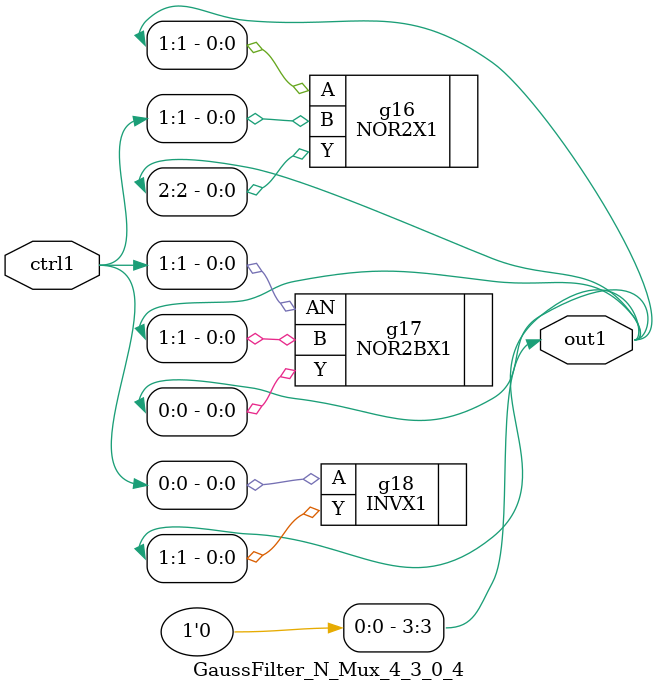
<source format=v>
`timescale 1ps / 1ps


module GaussFilter_N_Mux_4_3_0_4(ctrl1, out1);
  input [1:0] ctrl1;
  output [3:0] out1;
  wire [1:0] ctrl1;
  wire [3:0] out1;
  assign out1[3] = 1'b0;
  NOR2X1 g16(.A (out1[1]), .B (ctrl1[1]), .Y (out1[2]));
  NOR2BX1 g17(.AN (ctrl1[1]), .B (out1[1]), .Y (out1[0]));
  INVX1 g18(.A (ctrl1[0]), .Y (out1[1]));
endmodule



</source>
